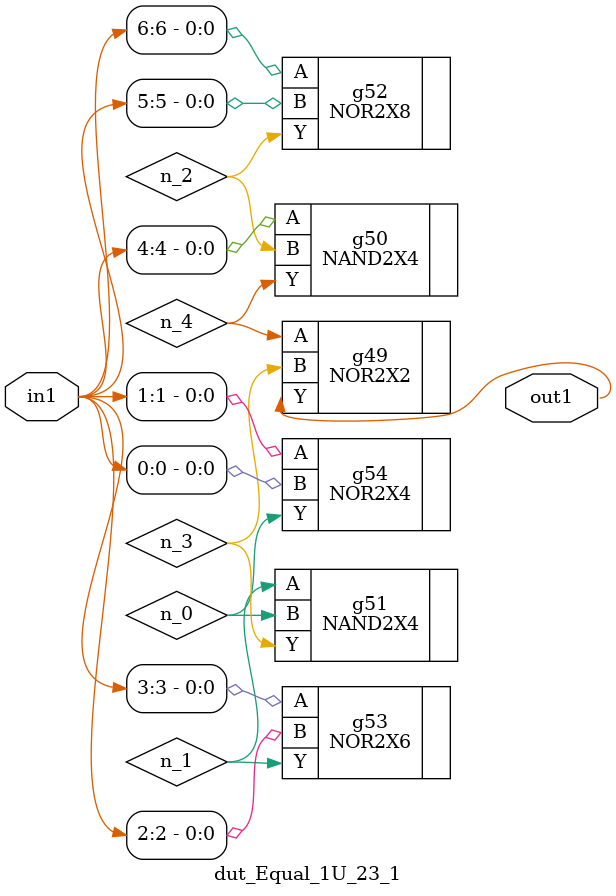
<source format=v>
`timescale 1ps / 1ps


module dut_Equal_1U_23_1(in1, out1);
  input [6:0] in1;
  output out1;
  wire [6:0] in1;
  wire out1;
  wire n_0, n_1, n_2, n_3, n_4;
  NOR2X2 g49(.A (n_4), .B (n_3), .Y (out1));
  NAND2X4 g50(.A (in1[4]), .B (n_2), .Y (n_4));
  NAND2X4 g51(.A (n_1), .B (n_0), .Y (n_3));
  NOR2X8 g52(.A (in1[6]), .B (in1[5]), .Y (n_2));
  NOR2X6 g53(.A (in1[3]), .B (in1[2]), .Y (n_1));
  NOR2X4 g54(.A (in1[1]), .B (in1[0]), .Y (n_0));
endmodule



</source>
